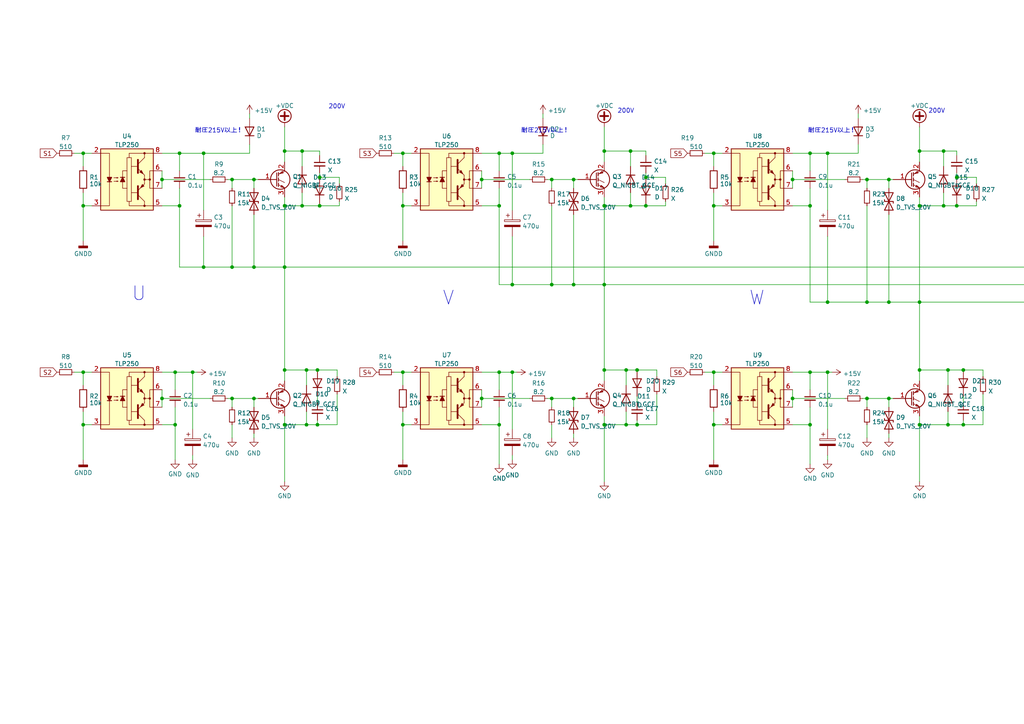
<source format=kicad_sch>
(kicad_sch (version 20230121) (generator eeschema)
  (paper "A4")
  (lib_symbols
    (symbol "Connector:Screw_Terminal_01x03" (pin_names (offset 1.016) hide)
      (property "Reference" "J" (at 0 5.08 0))
      (property "Value" "Screw_Terminal_01x03" (at 0 -5.08 0))
      (symbol "Screw_Terminal_01x03_1_1"
        (pin passive line (at -5.08 2.54 0) (length 3.81) (name "Pin_1") (number "1"))
        (pin passive line (at -5.08 0 0) (length 3.81) (name "Pin_2") (number "2"))
        (pin passive line (at -5.08 -2.54 0) (length 3.81) (name "Pin_3") (number "3"))
      )
    )
    (symbol "Device:C_Polarized" (pin_numbers hide) (pin_names (offset 0.254))
      (property "Reference" "C" (at 0.635 2.54 0))
      (property "Value" "C_Polarized" (at 0.635 -2.54 0))
      (symbol "C_Polarized_1_1"
        (pin passive line (at 0 3.81 270) (length 2.794) (name "~") (number "1"))
        (pin passive line (at 0 -3.81 90) (length 2.794) (name "~") (number "2"))
      )
    )
    (symbol "Device:C_Small" (pin_numbers hide) (pin_names (offset 0.254) hide)
      (property "Reference" "C" (at 0.254 1.778 0))
      (property "Value" "C_Small" (at 0.254 -2.032 0))
      (symbol "C_Small_1_1"
        (pin passive line (at 0 2.54 270) (length 2.032) (name "~") (number "1"))
        (pin passive line (at 0 -2.54 90) (length 2.032) (name "~") (number "2"))
      )
    )
    (symbol "Device:D" (pin_numbers hide) (pin_names (offset 1.016) hide)
      (property "Reference" "D" (at 0 2.54 0))
      (property "Value" "D" (at 0 -2.54 0))
      (symbol "D_1_1"
        (pin passive line (at -3.81 0 0) (length 2.54) (name "K") (number "1"))
        (pin passive line (at 3.81 0 180) (length 2.54) (name "A") (number "2"))
      )
    )
    (symbol "Device:D_TVS" (pin_numbers hide) (pin_names (offset 1.016) hide)
      (property "Reference" "D" (at 0 2.54 0))
      (property "Value" "D_TVS" (at 0 -2.54 0))
      (symbol "D_TVS_1_1"
        (pin passive line (at -3.81 0 0) (length 2.54) (name "A1") (number "1"))
        (pin passive line (at 3.81 0 180) (length 2.54) (name "A2") (number "2"))
      )
    )
    (symbol "Device:Q_NIGBT_GCE" (pin_names (offset 0) hide)
      (property "Reference" "Q" (at 5.08 1.27 0))
      (property "Value" "Q_NIGBT_GCE" (at 5.08 -1.27 0))
      (symbol "Q_NIGBT_GCE_1_1"
        (pin input line (at -5.08 0 0) (length 5.334) (name "G") (number "1"))
        (pin passive line (at 2.54 5.08 270) (length 2.54) (name "C") (number "2"))
        (pin passive line (at 2.54 -5.08 90) (length 2.54) (name "E") (number "3"))
      )
    )
    (symbol "Device:R" (pin_numbers hide) (pin_names (offset 0))
      (property "Reference" "R" (at 2.032 0 90))
      (property "Value" "R" (at 0 0 90))
      (symbol "R_1_1"
        (pin passive line (at 0 3.81 270) (length 1.27) (name "~") (number "1"))
        (pin passive line (at 0 -3.81 90) (length 1.27) (name "~") (number "2"))
      )
    )
    (symbol "Device:R_Small" (pin_numbers hide) (pin_names (offset 0.254) hide)
      (property "Reference" "R" (at 0.762 0.508 0))
      (property "Value" "R_Small" (at 0.762 -1.016 0))
      (symbol "R_Small_1_1"
        (pin passive line (at 0 2.54 270) (length 0.762) (name "~") (number "1"))
        (pin passive line (at 0 -2.54 90) (length 0.762) (name "~") (number "2"))
      )
    )
    (symbol "Driver_FET:TLP250" (pin_names hide)
      (property "Reference" "U" (at 0 12.7 0))
      (property "Value" "TLP250" (at 0 10.16 0))
      (symbol "TLP250_1_1"
        (pin no_connect line (at -7.62 2.54 0) (length 2.54) hide (name "NC") (number "1"))
        (pin passive line (at -10.16 7.62 0) (length 2.54) (name "A") (number "2"))
        (pin passive line (at -10.16 -7.62 0) (length 2.54) (name "C") (number "3"))
        (pin no_connect line (at -7.62 -2.54 0) (length 2.54) hide (name "NC") (number "4"))
        (pin power_in line (at 10.16 -7.62 180) (length 2.54) (name "VEE") (number "5"))
        (pin output line (at 10.16 2.54 180) (length 2.54) (name "VO") (number "6"))
        (pin output line (at 10.16 -2.54 180) (length 2.54) (name "VO") (number "7"))
        (pin power_in line (at 10.16 7.62 180) (length 2.54) (name "VCC") (number "8"))
      )
    )
    (symbol "GND_1" (power) (pin_names (offset 0))
      (property "Value" "GND_1" (at 0 -3.81 0))
      (symbol "GND_1_1_1"
        (pin power_in line (at 0 0 270) (length 0) hide (name "GND") (number "1"))
      )
    )
    (symbol "power:+15V" (power) (pin_names (offset 0))
      (property "Value" "+15V" (at 0 3.556 0))
      (symbol "+15V_1_1"
        (pin power_in line (at 0 0 90) (length 0) hide (name "+15V") (number "1"))
      )
    )
    (symbol "power:+VDC" (power) (pin_names (offset 0))
      (property "Value" "+VDC" (at 0 6.35 0))
      (symbol "+VDC_1_1"
        (pin power_in line (at 0 0 90) (length 0) hide (name "+VDC") (number "1"))
      )
    )
    (symbol "power:GND" (power) (pin_names (offset 0))
      (property "Value" "GND" (at 0 -3.81 0))
      (symbol "GND_1_1"
        (pin power_in line (at 0 0 270) (length 0) hide (name "GND") (number "1"))
      )
    )
    (symbol "power:GNDD" (power) (pin_names (offset 0))
      (property "Value" "GNDD" (at 0 -3.175 0))
      (symbol "GNDD_1_1"
        (pin power_in line (at 0 0 270) (length 0) hide (name "GNDD") (number "1"))
      )
    )
  )
  (junction (at 88.9 107.315))
  (junction (at 24.13 123.19))
  (junction (at 266.7 43.815))
  (junction (at 240.03 44.45))
  (junction (at 182.88 43.815))
  (junction (at 251.46 87.63))
  (junction (at 229.87 115.57))
  (junction (at 251.46 52.07))
  (junction (at 266.7 107.315))
  (junction (at 207.01 59.69))
  (junction (at 144.78 107.95))
  (junction (at 274.955 123.19))
  (junction (at 266.7 87.63))
  (junction (at 24.13 59.69))
  (junction (at 116.84 44.45))
  (junction (at 59.055 77.47))
  (junction (at 87.63 43.815))
  (junction (at 82.55 107.315))
  (junction (at 160.02 52.07))
  (junction (at 166.37 82.55))
  (junction (at 234.95 59.69))
  (junction (at 73.66 52.07))
  (junction (at 274.955 107.315))
  (junction (at 266.7 59.69))
  (junction (at 144.78 59.69))
  (junction (at 46.99 115.57))
  (junction (at 55.88 107.95))
  (junction (at 82.55 123.19))
  (junction (at 182.88 59.69))
  (junction (at 73.66 115.57))
  (junction (at 184.785 123.19))
  (junction (at 181.61 123.19))
  (junction (at 24.13 44.45))
  (junction (at 73.66 77.47))
  (junction (at 251.46 115.57))
  (junction (at 139.7 115.57))
  (junction (at 82.55 59.69))
  (junction (at 257.81 52.07))
  (junction (at 67.31 115.57))
  (junction (at 207.01 123.19))
  (junction (at 144.78 44.45))
  (junction (at 166.37 115.57))
  (junction (at 273.685 43.815))
  (junction (at 187.325 51.435))
  (junction (at 207.01 44.45))
  (junction (at 148.59 44.45))
  (junction (at 234.95 123.19))
  (junction (at 181.61 107.315))
  (junction (at 116.84 123.19))
  (junction (at 166.37 52.07))
  (junction (at 257.81 87.63))
  (junction (at 46.99 52.07))
  (junction (at 92.71 51.435))
  (junction (at 160.02 115.57))
  (junction (at 67.31 52.07))
  (junction (at 175.26 59.69))
  (junction (at 148.59 107.95))
  (junction (at 148.59 82.55))
  (junction (at 234.95 107.95))
  (junction (at 257.81 115.57))
  (junction (at 234.95 44.45))
  (junction (at 92.075 123.19))
  (junction (at 92.075 107.315))
  (junction (at 175.26 82.55))
  (junction (at 240.03 87.63))
  (junction (at 187.325 59.69))
  (junction (at 273.685 59.69))
  (junction (at 52.07 44.45))
  (junction (at 266.7 123.19))
  (junction (at 52.07 59.69))
  (junction (at 175.26 107.315))
  (junction (at 116.84 59.69))
  (junction (at 82.55 77.47))
  (junction (at 50.8 107.95))
  (junction (at 240.03 107.95))
  (junction (at 229.87 52.07))
  (junction (at 50.8 123.19))
  (junction (at 277.495 59.69))
  (junction (at 139.7 52.07))
  (junction (at 279.4 123.19))
  (junction (at 24.13 107.95))
  (junction (at 184.785 107.315))
  (junction (at 82.55 43.815))
  (junction (at 116.84 107.95))
  (junction (at 175.26 43.815))
  (junction (at 144.78 123.19))
  (junction (at 175.26 123.19))
  (junction (at 67.31 77.47))
  (junction (at 160.02 82.55))
  (junction (at 277.495 51.435))
  (junction (at 59.055 44.45))
  (junction (at 88.9 123.19))
  (junction (at 92.71 59.69))
  (junction (at 87.63 59.69))
  (junction (at 279.4 107.315))
  (junction (at 207.01 107.95))
  (wire (pts (xy 266.7 123.19) (xy 266.7 139.7)))
  (wire (pts (xy 187.325 50.165) (xy 187.325 51.435)))
  (wire (pts (xy 257.81 125.73) (xy 257.81 127)))
  (wire (pts (xy 88.9 107.315) (xy 92.075 107.315)))
  (wire (pts (xy 266.7 107.315) (xy 266.7 110.49)))
  (wire (pts (xy 26.67 123.19) (xy 24.13 123.19)))
  (wire (pts (xy 251.46 115.57) (xy 257.81 115.57)))
  (wire (pts (xy 116.84 44.45) (xy 116.84 48.26)))
  (wire (pts (xy 166.37 52.07) (xy 167.64 52.07)))
  (wire (pts (xy 92.075 114.935) (xy 92.075 116.84)))
  (wire (pts (xy 139.7 107.95) (xy 144.78 107.95)))
  (wire (pts (xy 182.88 48.26) (xy 182.88 43.815)))
  (wire (pts (xy 251.46 115.57) (xy 251.46 118.11)))
  (wire (pts (xy 52.07 44.45) (xy 52.07 49.53)))
  (wire (pts (xy 257.81 115.57) (xy 259.08 115.57)))
  (wire (pts (xy 55.88 132.08) (xy 55.88 133.35)))
  (wire (pts (xy 250.19 52.07) (xy 251.46 52.07)))
  (wire (pts (xy 181.61 119.38) (xy 181.61 123.19)))
  (wire (pts (xy 148.59 82.55) (xy 160.02 82.55)))
  (wire (pts (xy 166.37 82.55) (xy 175.26 82.55)))
  (wire (pts (xy 257.81 52.07) (xy 259.08 52.07)))
  (wire (pts (xy 92.075 121.92) (xy 92.075 123.19)))
  (wire (pts (xy 148.59 44.45) (xy 148.59 60.96)))
  (wire (pts (xy 277.495 45.085) (xy 277.495 43.815)))
  (wire (pts (xy 266.7 123.19) (xy 274.955 123.19)))
  (wire (pts (xy 266.7 87.63) (xy 304.8 87.63)))
  (wire (pts (xy 46.99 118.11) (xy 46.99 115.57)))
  (wire (pts (xy 139.7 49.53) (xy 139.7 52.07)))
  (wire (pts (xy 160.02 115.57) (xy 160.02 118.11)))
  (wire (pts (xy 144.78 44.45) (xy 144.78 49.53)))
  (wire (pts (xy 73.66 115.57) (xy 73.66 118.11)))
  (wire (pts (xy 97.79 109.22) (xy 97.79 107.315)))
  (wire (pts (xy 204.47 107.95) (xy 207.01 107.95)))
  (wire (pts (xy 277.495 43.815) (xy 273.685 43.815)))
  (wire (pts (xy 277.495 59.69) (xy 273.685 59.69)))
  (wire (pts (xy 24.13 44.45) (xy 24.13 48.26)))
  (wire (pts (xy 46.99 52.07) (xy 60.96 52.07)))
  (wire (pts (xy 175.26 43.815) (xy 175.26 46.99)))
  (wire (pts (xy 283.21 58.42) (xy 283.21 59.69)))
  (wire (pts (xy 144.78 123.19) (xy 144.78 118.11)))
  (wire (pts (xy 92.71 59.055) (xy 92.71 59.69)))
  (wire (pts (xy 139.7 44.45) (xy 144.78 44.45)))
  (wire (pts (xy 82.55 57.15) (xy 82.55 59.69)))
  (wire (pts (xy 82.55 59.69) (xy 82.55 77.47)))
  (wire (pts (xy 67.31 59.69) (xy 67.31 77.47)))
  (wire (pts (xy 46.99 49.53) (xy 46.99 52.07)))
  (wire (pts (xy 160.02 123.19) (xy 160.02 127)))
  (wire (pts (xy 283.21 59.69) (xy 277.495 59.69)))
  (wire (pts (xy 160.02 52.07) (xy 166.37 52.07)))
  (wire (pts (xy 160.02 82.55) (xy 166.37 82.55)))
  (wire (pts (xy 157.48 44.45) (xy 157.48 41.91)))
  (wire (pts (xy 52.07 77.47) (xy 52.07 59.69)))
  (wire (pts (xy 175.26 57.15) (xy 175.26 59.69)))
  (wire (pts (xy 55.88 107.95) (xy 57.15 107.95)))
  (wire (pts (xy 175.26 36.83) (xy 175.26 43.815)))
  (wire (pts (xy 73.66 62.23) (xy 73.66 77.47)))
  (wire (pts (xy 148.59 107.95) (xy 149.86 107.95)))
  (wire (pts (xy 148.59 44.45) (xy 157.48 44.45)))
  (wire (pts (xy 59.055 68.58) (xy 59.055 77.47)))
  (wire (pts (xy 116.84 107.95) (xy 116.84 111.76)))
  (wire (pts (xy 304.8 77.47) (xy 304.8 80.01)))
  (wire (pts (xy 234.95 59.69) (xy 234.95 87.63)))
  (wire (pts (xy 97.79 114.3) (xy 97.79 123.19)))
  (wire (pts (xy 240.03 107.95) (xy 241.3 107.95)))
  (wire (pts (xy 67.31 123.19) (xy 67.31 127)))
  (wire (pts (xy 234.95 107.95) (xy 234.95 113.03)))
  (wire (pts (xy 114.3 107.95) (xy 116.84 107.95)))
  (wire (pts (xy 181.61 123.19) (xy 184.785 123.19)))
  (wire (pts (xy 187.325 43.815) (xy 182.88 43.815)))
  (wire (pts (xy 229.87 59.69) (xy 234.95 59.69)))
  (wire (pts (xy 251.46 87.63) (xy 257.81 87.63)))
  (wire (pts (xy 166.37 62.23) (xy 166.37 82.55)))
  (wire (pts (xy 234.95 44.45) (xy 234.95 49.53)))
  (wire (pts (xy 207.01 44.45) (xy 209.55 44.45)))
  (wire (pts (xy 234.95 123.19) (xy 234.95 118.11)))
  (wire (pts (xy 82.55 77.47) (xy 82.55 107.315)))
  (wire (pts (xy 193.04 59.69) (xy 187.325 59.69)))
  (wire (pts (xy 207.01 44.45) (xy 207.01 48.26)))
  (wire (pts (xy 279.4 121.92) (xy 279.4 123.19)))
  (wire (pts (xy 207.01 55.88) (xy 207.01 59.69)))
  (wire (pts (xy 21.59 107.95) (xy 24.13 107.95)))
  (wire (pts (xy 46.99 115.57) (xy 60.96 115.57)))
  (wire (pts (xy 119.38 123.19) (xy 116.84 123.19)))
  (wire (pts (xy 266.7 107.315) (xy 274.955 107.315)))
  (wire (pts (xy 73.66 115.57) (xy 74.93 115.57)))
  (wire (pts (xy 24.13 107.95) (xy 26.67 107.95)))
  (wire (pts (xy 207.01 107.95) (xy 209.55 107.95)))
  (wire (pts (xy 175.26 123.19) (xy 175.26 139.7)))
  (wire (pts (xy 139.7 59.69) (xy 144.78 59.69)))
  (wire (pts (xy 82.55 120.65) (xy 82.55 123.19)))
  (wire (pts (xy 229.87 52.07) (xy 245.11 52.07)))
  (wire (pts (xy 273.685 48.26) (xy 273.685 43.815)))
  (wire (pts (xy 72.39 33.02) (xy 72.39 34.29)))
  (wire (pts (xy 50.8 123.19) (xy 50.8 118.11)))
  (wire (pts (xy 187.325 59.69) (xy 182.88 59.69)))
  (wire (pts (xy 46.99 107.95) (xy 50.8 107.95)))
  (wire (pts (xy 139.7 115.57) (xy 153.67 115.57)))
  (wire (pts (xy 166.37 115.57) (xy 166.37 118.11)))
  (wire (pts (xy 240.03 132.08) (xy 240.03 133.35)))
  (wire (pts (xy 116.84 119.38) (xy 116.84 123.19)))
  (wire (pts (xy 87.63 55.88) (xy 87.63 59.69)))
  (wire (pts (xy 248.92 44.45) (xy 248.92 41.91)))
  (wire (pts (xy 72.39 44.45) (xy 72.39 41.91)))
  (wire (pts (xy 184.785 121.92) (xy 184.785 123.19)))
  (wire (pts (xy 73.66 52.07) (xy 73.66 54.61)))
  (wire (pts (xy 139.7 113.03) (xy 139.7 115.57)))
  (wire (pts (xy 277.495 59.055) (xy 277.495 59.69)))
  (wire (pts (xy 24.13 55.88) (xy 24.13 59.69)))
  (wire (pts (xy 144.78 82.55) (xy 148.59 82.55)))
  (wire (pts (xy 46.99 44.45) (xy 52.07 44.45)))
  (wire (pts (xy 98.425 53.34) (xy 98.425 51.435)))
  (wire (pts (xy 46.99 113.03) (xy 46.99 115.57)))
  (wire (pts (xy 82.55 123.19) (xy 82.55 139.7)))
  (wire (pts (xy 82.55 77.47) (xy 304.8 77.47)))
  (wire (pts (xy 67.31 77.47) (xy 73.66 77.47)))
  (wire (pts (xy 266.7 120.65) (xy 266.7 123.19)))
  (wire (pts (xy 266.7 43.815) (xy 266.7 46.99)))
  (wire (pts (xy 92.71 45.085) (xy 92.71 43.815)))
  (wire (pts (xy 175.26 43.815) (xy 182.88 43.815)))
  (wire (pts (xy 98.425 58.42) (xy 98.425 59.69)))
  (wire (pts (xy 251.46 52.07) (xy 257.81 52.07)))
  (wire (pts (xy 229.87 49.53) (xy 229.87 52.07)))
  (wire (pts (xy 193.04 53.34) (xy 193.04 51.435)))
  (wire (pts (xy 240.03 44.45) (xy 240.03 60.96)))
  (wire (pts (xy 257.81 52.07) (xy 257.81 54.61)))
  (wire (pts (xy 274.955 111.76) (xy 274.955 107.315)))
  (wire (pts (xy 24.13 59.69) (xy 24.13 69.85)))
  (wire (pts (xy 144.78 107.95) (xy 148.59 107.95)))
  (wire (pts (xy 193.04 58.42) (xy 193.04 59.69)))
  (wire (pts (xy 277.495 50.165) (xy 277.495 51.435)))
  (wire (pts (xy 257.81 62.23) (xy 257.81 87.63)))
  (wire (pts (xy 248.92 33.02) (xy 248.92 34.29)))
  (wire (pts (xy 160.02 59.69) (xy 160.02 82.55)))
  (wire (pts (xy 285.115 107.315) (xy 279.4 107.315)))
  (wire (pts (xy 92.075 123.19) (xy 88.9 123.19)))
  (wire (pts (xy 116.84 55.88) (xy 116.84 59.69)))
  (wire (pts (xy 98.425 51.435) (xy 92.71 51.435)))
  (wire (pts (xy 52.07 44.45) (xy 59.055 44.45)))
  (wire (pts (xy 181.61 111.76) (xy 181.61 107.315)))
  (wire (pts (xy 257.81 115.57) (xy 257.81 118.11)))
  (wire (pts (xy 24.13 123.19) (xy 24.13 133.35)))
  (wire (pts (xy 250.19 115.57) (xy 251.46 115.57)))
  (wire (pts (xy 240.03 68.58) (xy 240.03 87.63)))
  (wire (pts (xy 157.48 33.02) (xy 157.48 34.29)))
  (wire (pts (xy 304.8 80.01) (xy 307.975 80.01)))
  (wire (pts (xy 92.71 59.69) (xy 87.63 59.69)))
  (wire (pts (xy 158.75 115.57) (xy 160.02 115.57)))
  (wire (pts (xy 229.87 113.03) (xy 229.87 115.57)))
  (wire (pts (xy 139.7 54.61) (xy 139.7 52.07)))
  (wire (pts (xy 274.955 123.19) (xy 279.4 123.19)))
  (wire (pts (xy 283.21 51.435) (xy 277.495 51.435)))
  (wire (pts (xy 187.325 45.085) (xy 187.325 43.815)))
  (wire (pts (xy 144.78 44.45) (xy 148.59 44.45)))
  (wire (pts (xy 229.87 118.11) (xy 229.87 115.57)))
  (wire (pts (xy 119.38 59.69) (xy 116.84 59.69)))
  (wire (pts (xy 187.325 59.055) (xy 187.325 59.69)))
  (wire (pts (xy 67.31 52.07) (xy 73.66 52.07)))
  (wire (pts (xy 52.07 59.69) (xy 52.07 54.61)))
  (wire (pts (xy 190.5 123.19) (xy 184.785 123.19)))
  (wire (pts (xy 50.8 107.95) (xy 50.8 113.03)))
  (wire (pts (xy 92.71 43.815) (xy 87.63 43.815)))
  (wire (pts (xy 59.055 77.47) (xy 52.07 77.47)))
  (wire (pts (xy 59.055 44.45) (xy 72.39 44.45)))
  (wire (pts (xy 285.115 114.3) (xy 285.115 123.19)))
  (wire (pts (xy 234.95 44.45) (xy 240.03 44.45)))
  (wire (pts (xy 88.9 123.19) (xy 82.55 123.19)))
  (wire (pts (xy 251.46 123.19) (xy 251.46 127)))
  (wire (pts (xy 240.03 87.63) (xy 251.46 87.63)))
  (wire (pts (xy 266.7 59.69) (xy 273.685 59.69)))
  (wire (pts (xy 190.5 109.22) (xy 190.5 107.315)))
  (wire (pts (xy 304.8 87.63) (xy 304.8 85.09)))
  (wire (pts (xy 24.13 107.95) (xy 24.13 111.76)))
  (wire (pts (xy 160.02 52.07) (xy 160.02 54.61)))
  (wire (pts (xy 46.99 54.61) (xy 46.99 52.07)))
  (wire (pts (xy 175.26 59.69) (xy 175.26 82.55)))
  (wire (pts (xy 175.26 107.315) (xy 175.26 110.49)))
  (wire (pts (xy 166.37 125.73) (xy 166.37 127)))
  (wire (pts (xy 175.26 59.69) (xy 182.88 59.69)))
  (wire (pts (xy 26.67 59.69) (xy 24.13 59.69)))
  (wire (pts (xy 148.59 68.58) (xy 148.59 82.55)))
  (wire (pts (xy 190.5 107.315) (xy 184.785 107.315)))
  (wire (pts (xy 82.55 36.83) (xy 82.55 43.815)))
  (wire (pts (xy 114.3 44.45) (xy 116.84 44.45)))
  (wire (pts (xy 21.59 44.45) (xy 24.13 44.45)))
  (wire (pts (xy 139.7 52.07) (xy 153.67 52.07)))
  (wire (pts (xy 279.4 114.935) (xy 279.4 116.84)))
  (wire (pts (xy 97.79 107.315) (xy 92.075 107.315)))
  (wire (pts (xy 273.685 55.88) (xy 273.685 59.69)))
  (wire (pts (xy 116.84 59.69) (xy 116.84 69.85)))
  (wire (pts (xy 207.01 107.95) (xy 207.01 111.76)))
  (wire (pts (xy 274.955 107.315) (xy 279.4 107.315)))
  (wire (pts (xy 193.04 51.435) (xy 187.325 51.435)))
  (wire (pts (xy 209.55 123.19) (xy 207.01 123.19)))
  (wire (pts (xy 234.95 59.69) (xy 234.95 54.61)))
  (wire (pts (xy 82.55 107.315) (xy 88.9 107.315)))
  (wire (pts (xy 24.13 119.38) (xy 24.13 123.19)))
  (wire (pts (xy 82.55 43.815) (xy 82.55 46.99)))
  (wire (pts (xy 229.87 54.61) (xy 229.87 52.07)))
  (wire (pts (xy 181.61 107.315) (xy 175.26 107.315)))
  (wire (pts (xy 190.5 114.3) (xy 190.5 123.19)))
  (wire (pts (xy 234.95 107.95) (xy 240.03 107.95)))
  (wire (pts (xy 240.03 107.95) (xy 240.03 124.46)))
  (wire (pts (xy 144.78 59.69) (xy 144.78 54.61)))
  (wire (pts (xy 88.9 119.38) (xy 88.9 123.19)))
  (wire (pts (xy 229.87 107.95) (xy 234.95 107.95)))
  (wire (pts (xy 160.02 115.57) (xy 166.37 115.57)))
  (wire (pts (xy 82.55 59.69) (xy 87.63 59.69)))
  (wire (pts (xy 66.04 115.57) (xy 67.31 115.57)))
  (wire (pts (xy 46.99 59.69) (xy 52.07 59.69)))
  (wire (pts (xy 266.7 36.83) (xy 266.7 43.815)))
  (wire (pts (xy 148.59 107.95) (xy 148.59 124.46)))
  (wire (pts (xy 88.9 111.76) (xy 88.9 107.315)))
  (wire (pts (xy 304.8 85.09) (xy 307.975 85.09)))
  (wire (pts (xy 166.37 52.07) (xy 166.37 54.61)))
  (wire (pts (xy 116.84 107.95) (xy 119.38 107.95)))
  (wire (pts (xy 67.31 52.07) (xy 67.31 54.61)))
  (wire (pts (xy 240.03 44.45) (xy 248.92 44.45)))
  (wire (pts (xy 266.7 87.63) (xy 266.7 107.315)))
  (wire (pts (xy 251.46 59.69) (xy 251.46 87.63)))
  (wire (pts (xy 98.425 59.69) (xy 92.71 59.69)))
  (wire (pts (xy 73.66 77.47) (xy 82.55 77.47)))
  (wire (pts (xy 59.055 44.45) (xy 59.055 60.96)))
  (wire (pts (xy 283.21 53.34) (xy 283.21 51.435)))
  (wire (pts (xy 274.955 119.38) (xy 274.955 123.19)))
  (wire (pts (xy 55.88 107.95) (xy 55.88 124.46)))
  (wire (pts (xy 59.055 77.47) (xy 67.31 77.47)))
  (wire (pts (xy 144.78 123.19) (xy 144.78 134.62)))
  (wire (pts (xy 181.61 107.315) (xy 184.785 107.315)))
  (wire (pts (xy 184.785 114.935) (xy 184.785 116.84)))
  (wire (pts (xy 266.7 57.15) (xy 266.7 59.69)))
  (wire (pts (xy 266.7 43.815) (xy 273.685 43.815)))
  (wire (pts (xy 66.04 52.07) (xy 67.31 52.07)))
  (wire (pts (xy 46.99 123.19) (xy 50.8 123.19)))
  (wire (pts (xy 116.84 44.45) (xy 119.38 44.45)))
  (wire (pts (xy 234.95 123.19) (xy 234.95 134.62)))
  (wire (pts (xy 285.115 123.19) (xy 279.4 123.19)))
  (wire (pts (xy 175.26 123.19) (xy 181.61 123.19)))
  (wire (pts (xy 73.66 52.07) (xy 74.93 52.07)))
  (wire (pts (xy 139.7 118.11) (xy 139.7 115.57)))
  (wire (pts (xy 229.87 123.19) (xy 234.95 123.19)))
  (wire (pts (xy 67.31 115.57) (xy 67.31 118.11)))
  (wire (pts (xy 285.115 109.22) (xy 285.115 107.315)))
  (wire (pts (xy 229.87 44.45) (xy 234.95 44.45)))
  (wire (pts (xy 67.31 115.57) (xy 73.66 115.57)))
  (wire (pts (xy 92.71 50.165) (xy 92.71 51.435)))
  (wire (pts (xy 266.7 59.69) (xy 266.7 87.63)))
  (wire (pts (xy 207.01 119.38) (xy 207.01 123.19)))
  (wire (pts (xy 175.26 82.55) (xy 175.26 107.315)))
  (wire (pts (xy 144.78 59.69) (xy 144.78 82.55)))
  (wire (pts (xy 175.26 120.65) (xy 175.26 123.19)))
  (wire (pts (xy 229.87 115.57) (xy 245.11 115.57)))
  (wire (pts (xy 175.26 82.55) (xy 307.975 82.55)))
  (wire (pts (xy 50.8 107.95) (xy 55.88 107.95)))
  (wire (pts (xy 251.46 52.07) (xy 251.46 54.61)))
  (wire (pts (xy 82.55 43.815) (xy 87.63 43.815)))
  (wire (pts (xy 144.78 107.95) (xy 144.78 113.03)))
  (wire (pts (xy 204.47 44.45) (xy 207.01 44.45)))
  (wire (pts (xy 87.63 48.26) (xy 87.63 43.815)))
  (wire (pts (xy 73.66 125.73) (xy 73.66 127)))
  (wire (pts (xy 97.79 123.19) (xy 92.075 123.19)))
  (wire (pts (xy 209.55 59.69) (xy 207.01 59.69)))
  (wire (pts (xy 207.01 59.69) (xy 207.01 69.85)))
  (wire (pts (xy 116.84 123.19) (xy 116.84 133.35)))
  (wire (pts (xy 50.8 133.35) (xy 50.8 123.19)))
  (wire (pts (xy 158.75 52.07) (xy 160.02 52.07)))
  (wire (pts (xy 234.95 87.63) (xy 240.03 87.63)))
  (wire (pts (xy 148.59 132.08) (xy 148.59 133.35)))
  (wire (pts (xy 24.13 44.45) (xy 26.67 44.45)))
  (wire (pts (xy 82.55 107.315) (xy 82.55 110.49)))
  (wire (pts (xy 139.7 123.19) (xy 144.78 123.19)))
  (wire (pts (xy 182.88 55.88) (xy 182.88 59.69)))
  (wire (pts (xy 257.81 87.63) (xy 266.7 87.63)))
  (wire (pts (xy 166.37 115.57) (xy 167.64 115.57)))
  (wire (pts (xy 207.01 123.19) (xy 207.01 133.35)))
  (text "200V" (at 269.24 33.02 0) (effects (font (size 1.27 1.27)) (justify left bottom)))
  (text "耐圧215V以上！\n" (at 234.315 38.735 0) (effects (font (size 1.27 1.27)) (justify left bottom)))
  (text "200V" (at 95.25 31.75 0) (effects (font (size 1.27 1.27)) (justify left bottom)))
  (text "200V" (at 179.07 33.02 0) (effects (font (size 1.27 1.27)) (justify left bottom)))
  (text "耐圧215V以上！\n" (at 56.515 38.735 0) (effects (font (size 1.27 1.27)) (justify left bottom)))
  (text "W\n" (at 217.17 88.9 0) (effects (font (size 4 4)) (justify left bottom)))
  (text "U" (at 38.1 87.63 0) (effects (font (size 4 4)) (justify left bottom)))
  (text "耐圧215V以上！\n" (at 151.13 38.735 0) (effects (font (size 1.27 1.27)) (justify left bottom)))
  (text "V" (at 128.27 88.9 0) (effects (font (size 4 4)) (justify left bottom)))
  (global_label "S2" (shape input) (at 16.51 107.95 180) (property "Intersheetrefs" "${INTERSHEET_REFS}" (effects hide)))
  (global_label "S5" (shape input) (at 199.39 44.45 180) (property "Intersheetrefs" "${INTERSHEET_REFS}" (effects hide)))
  (global_label "S1" (shape input) (at 16.51 44.45 180) (property "Intersheetrefs" "${INTERSHEET_REFS}" (effects hide)))
  (global_label "S3" (shape input) (at 109.22 44.45 180) (property "Intersheetrefs" "${INTERSHEET_REFS}" (effects hide)))
  (global_label "S4" (shape input) (at 109.22 107.95 180) (property "Intersheetrefs" "${INTERSHEET_REFS}" (effects hide)))
  (global_label "S6" (shape input) (at 199.39 107.95 180) (property "Intersheetrefs" "${INTERSHEET_REFS}" (effects hide)))
  (symbol (lib_id "Device:Q_NIGBT_GCE") (at 80.01 115.57 0) (unit 1)
    (property "Reference" "Q2" (at 84.8614 114.7353 0) (effects (justify left)))
    (property "Value" "Q_NIGBT_GCE" (at 84.8614 117.2722 0) (effects (justify left)))
    (property "Footprint" "Package_TO_SOT_THT:TO-247-3_Vertical" (effects hide))
  )
  (symbol (lib_id "power:+15V") (at 248.92 33.02 0) (unit 1)
    (property "Reference" "#PWR09" (effects hide))
    (property "Value" "+15V" (at 250.317 32.0668 0) (effects (justify left)))
  )
  (symbol (lib_name "GND_1") (lib_id "power:GND") (at 144.78 134.62 0) (unit 1)
    (property "Reference" "#PWR017" (effects hide))
    (property "Value" "GND" (at 144.78 138.7555 0))
  )
  (symbol (lib_id "Device:R_Small") (at 63.5 52.07 90) (unit 1)
    (property "Reference" "R9" (at 63.5 47.6336 90))
    (property "Value" "8.2" (at 63.5 50.1705 90))
    (property "Footprint" "Resistor_SMD:R_0603_1608Metric_Pad0.98x0.95mm_HandSolder" (effects hide))
  )
  (symbol (lib_id "power:GNDD") (at 207.01 133.35 0) (unit 1)
    (property "Reference" "#PWR015" (effects hide))
    (property "Value" "GNDD" (at 207.01 137.1045 0))
  )
  (symbol (lib_id "Device:D") (at 279.4 111.125 90) (unit 1)
    (property "Reference" "D21" (at 281.94 110.49 90) (effects (justify right)))
    (property "Value" "D" (at 281.94 113.03 90) (effects (justify right)))
    (property "Footprint" "Diode_SMD:D_SMA_Handsoldering" (effects hide))
    (property "Sim.Device" "D" (effects hide))
    (property "Sim.Pins" "1=K 2=A" (effects hide))
  )
  (symbol (lib_id "Device:D") (at 181.61 115.57 270) (unit 1)
    (property "Reference" "D11" (at 184.785 114.935 90) (effects (justify left)))
    (property "Value" "D" (at 184.785 117.475 90) (effects (justify left)))
    (property "Footprint" "Diode_SMD:D_SMA_Handsoldering" (effects hide))
    (property "Sim.Device" "D" (effects hide))
    (property "Sim.Pins" "1=K 2=A" (effects hide))
  )
  (symbol (lib_id "Device:R_Small") (at 283.21 55.88 180) (unit 1)
    (property "Reference" "R27" (at 284.7086 55.0453 0) (effects (justify right)))
    (property "Value" "X" (at 284.7086 57.5822 0) (effects (justify right)))
    (property "Footprint" "Resistor_SMD:R_0603_1608Metric_Pad0.98x0.95mm_HandSolder" (effects hide))
  )
  (symbol (lib_id "Device:R_Small") (at 156.21 115.57 90) (unit 1)
    (property "Reference" "R16" (at 156.21 111.1336 90))
    (property "Value" "8.2" (at 156.21 113.6705 90))
    (property "Footprint" "Resistor_SMD:R_0603_1608Metric_Pad0.98x0.95mm_HandSolder" (effects hide))
  )
  (symbol (lib_id "Device:R_Small") (at 193.04 55.88 180) (unit 1)
    (property "Reference" "R26" (at 194.5386 55.0453 0) (effects (justify right)))
    (property "Value" "X" (at 194.5386 57.5822 0) (effects (justify right)))
    (property "Footprint" "Resistor_SMD:R_0603_1608Metric_Pad0.98x0.95mm_HandSolder" (effects hide))
  )
  (symbol (lib_id "Device:D_TVS") (at 166.37 121.92 90) (unit 1)
    (property "Reference" "D7" (at 168.402 121.0853 90) (effects (justify right)))
    (property "Value" "D_TVS_20V" (at 168.402 123.6222 90) (effects (justify right)))
    (property "Footprint" "Diode_SMD:D_SMA_Handsoldering" (effects hide))
  )
  (symbol (lib_id "Device:C_Polarized") (at 148.59 64.77 0) (unit 1)
    (property "Reference" "C7" (at 151.511 63.0463 0) (effects (justify left)))
    (property "Value" "470u" (at 151.511 65.5832 0) (effects (justify left)))
    (property "Footprint" "Capacitor_THT:CP_Radial_D12.5mm_P5.00mm" (effects hide))
  )
  (symbol (lib_id "Device:D") (at 157.48 38.1 90) (unit 1)
    (property "Reference" "D2" (at 159.512 37.4563 90) (effects (justify right)))
    (property "Value" "D" (at 159.512 39.3773 90) (effects (justify right)))
    (property "Footprint" "Diode_SMD:D_SMA_Handsoldering" (effects hide))
    (property "Sim.Device" "D" (effects hide))
    (property "Sim.Pins" "1=K 2=A" (effects hide))
  )
  (symbol (lib_id "Device:Q_NIGBT_GCE") (at 264.16 115.57 0) (unit 1)
    (property "Reference" "Q6" (at 269.0114 114.7353 0) (effects (justify left)))
    (property "Value" "Q_NIGBT_GCE" (at 269.0114 117.2722 0) (effects (justify left)))
    (property "Footprint" "Package_TO_SOT_THT:TO-247-3_Vertical" (effects hide))
  )
  (symbol (lib_id "power:+15V") (at 149.86 107.95 270) (unit 1)
    (property "Reference" "#PWR0113" (effects hide))
    (property "Value" "+15V" (at 153.035 108.3838 90) (effects (justify left)))
  )
  (symbol (lib_id "Device:D_TVS") (at 257.81 58.42 90) (unit 1)
    (property "Reference" "D8" (at 259.842 57.5853 90) (effects (justify right)))
    (property "Value" "D_TVS_20V" (at 259.842 60.1222 90) (effects (justify right)))
    (property "Footprint" "Diode_SMD:D_SMA_Handsoldering" (effects hide))
  )
  (symbol (lib_id "Device:Q_NIGBT_GCE") (at 80.01 52.07 0) (unit 1)
    (property "Reference" "Q1" (at 84.8614 51.2353 0) (effects (justify left)))
    (property "Value" "Q_NIGBT_GCE" (at 84.8614 53.7722 0) (effects (justify left)))
    (property "Footprint" "Package_TO_SOT_THT:TO-247-3_Vertical" (effects hide))
  )
  (symbol (lib_id "Device:C_Polarized") (at 240.03 64.77 0) (unit 1)
    (property "Reference" "C11" (at 242.951 63.0463 0) (effects (justify left)))
    (property "Value" "470u" (at 242.951 65.5832 0) (effects (justify left)))
    (property "Footprint" "Capacitor_THT:CP_Radial_D12.5mm_P5.00mm" (effects hide))
  )
  (symbol (lib_id "power:GND") (at 240.03 133.35 0) (unit 1)
    (property "Reference" "#PWR0110" (effects hide))
    (property "Value" "GND" (at 240.03 137.7934 0))
  )
  (symbol (lib_id "power:GNDD") (at 24.13 133.35 0) (unit 1)
    (property "Reference" "#PWR011" (effects hide))
    (property "Value" "GNDD" (at 24.13 137.1045 0))
  )
  (symbol (lib_id "power:+15V") (at 57.15 107.95 270) (unit 1)
    (property "Reference" "#PWR0101" (effects hide))
    (property "Value" "+15V" (at 60.325 108.3838 90) (effects (justify left)))
  )
  (symbol (lib_id "Driver_FET:TLP250") (at 219.71 115.57 0) (unit 1)
    (property "Reference" "U9" (at 219.71 102.9802 0))
    (property "Value" "TLP250" (at 219.71 105.5171 0))
    (property "Footprint" "Package_DIP:DIP-8_W7.62mm_LongPads" (effects hide))
    (property "Datasheet" "http://toshiba.semicon-storage.com/info/docget.jsp?did=16821&prodName=TLP250" (effects hide))
  )
  (symbol (lib_id "Device:R_Small") (at 190.5 111.76 180) (unit 1)
    (property "Reference" "R29" (at 191.9986 110.9253 0) (effects (justify right)))
    (property "Value" "X" (at 191.9986 113.4622 0) (effects (justify right)))
    (property "Footprint" "Resistor_SMD:R_0603_1608Metric_Pad0.98x0.95mm_HandSolder" (effects hide))
  )
  (symbol (lib_id "power:GNDD") (at 207.01 69.85 0) (unit 1)
    (property "Reference" "#PWR014" (effects hide))
    (property "Value" "GNDD" (at 207.01 73.6045 0))
  )
  (symbol (lib_id "Device:D") (at 184.785 111.125 90) (unit 1)
    (property "Reference" "D20" (at 187.325 110.49 90) (effects (justify right)))
    (property "Value" "D" (at 187.325 113.03 90) (effects (justify right)))
    (property "Footprint" "Diode_SMD:D_SMA_Handsoldering" (effects hide))
    (property "Sim.Device" "D" (effects hide))
    (property "Sim.Pins" "1=K 2=A" (effects hide))
  )
  (symbol (lib_id "Device:R") (at 116.84 115.57 0) (unit 1)
    (property "Reference" "R4" (at 118.618 114.9263 0) (effects (justify left)))
    (property "Value" "10k" (at 118.618 116.8473 0) (effects (justify left)))
    (property "Footprint" "Resistor_SMD:R_0603_1608Metric_Pad0.98x0.95mm_HandSolder" (effects hide))
  )
  (symbol (lib_id "Driver_FET:TLP250") (at 36.83 52.07 0) (unit 1)
    (property "Reference" "U4" (at 36.83 39.4802 0))
    (property "Value" "TLP250" (at 36.83 42.0171 0))
    (property "Footprint" "Package_DIP:DIP-8_W7.62mm_LongPads" (effects hide))
    (property "Datasheet" "http://toshiba.semicon-storage.com/info/docget.jsp?did=16821&prodName=TLP250" (effects hide))
  )
  (symbol (lib_name "GND_1") (lib_id "power:GND") (at 234.95 134.62 0) (unit 1)
    (property "Reference" "#PWR018" (effects hide))
    (property "Value" "GND" (at 234.95 138.7555 0))
  )
  (symbol (lib_id "Device:C_Small") (at 279.4 119.38 0) (unit 1)
    (property "Reference" "C18" (at 281.7241 118.5516 0) (effects (justify left)))
    (property "Value" "X" (at 281.7241 121.0885 0) (effects (justify left)))
    (property "Footprint" "Capacitor_SMD:C_0402_1005Metric_Pad0.74x0.62mm_HandSolder" (effects hide))
  )
  (symbol (lib_id "Device:D") (at 248.92 38.1 90) (unit 1)
    (property "Reference" "D3" (at 250.952 37.4563 90) (effects (justify right)))
    (property "Value" "D" (at 250.952 39.3773 90) (effects (justify right)))
    (property "Footprint" "Diode_SMD:D_SMA_Handsoldering" (effects hide))
    (property "Sim.Device" "D" (effects hide))
    (property "Sim.Pins" "1=K 2=A" (effects hide))
  )
  (symbol (lib_id "Driver_FET:TLP250") (at 129.54 52.07 0) (unit 1)
    (property "Reference" "U6" (at 129.54 39.4802 0))
    (property "Value" "TLP250" (at 129.54 42.0171 0))
    (property "Footprint" "Package_DIP:DIP-8_W7.62mm_LongPads" (effects hide))
    (property "Datasheet" "http://toshiba.semicon-storage.com/info/docget.jsp?did=16821&prodName=TLP250" (effects hide))
  )
  (symbol (lib_id "Device:C_Small") (at 277.495 47.625 0) (unit 1)
    (property "Reference" "C15" (at 279.8191 46.7966 0) (effects (justify left)))
    (property "Value" "X" (at 279.8191 49.3335 0) (effects (justify left)))
    (property "Footprint" "Capacitor_SMD:C_0402_1005Metric_Pad0.74x0.62mm_HandSolder" (effects hide))
  )
  (symbol (lib_id "power:+15V") (at 241.3 107.95 270) (unit 1)
    (property "Reference" "#PWR0107" (effects hide))
    (property "Value" "+15V" (at 244.475 108.3838 90) (effects (justify left)))
  )
  (symbol (lib_id "Device:R_Small") (at 251.46 57.15 180) (unit 1)
    (property "Reference" "R23" (at 252.9586 56.3153 0) (effects (justify right)))
    (property "Value" "15k" (at 252.9586 58.8522 0) (effects (justify right)))
    (property "Footprint" "Resistor_SMD:R_0603_1608Metric_Pad0.98x0.95mm_HandSolder" (effects hide))
  )
  (symbol (lib_id "power:GND") (at 160.02 127 0) (unit 1)
    (property "Reference" "#PWR0112" (effects hide))
    (property "Value" "GND" (at 160.02 131.4434 0))
  )
  (symbol (lib_id "Device:Q_NIGBT_GCE") (at 172.72 115.57 0) (unit 1)
    (property "Reference" "Q4" (at 177.5714 114.7353 0) (effects (justify left)))
    (property "Value" "Q_NIGBT_GCE" (at 177.5714 117.2722 0) (effects (justify left)))
    (property "Footprint" "Package_TO_SOT_THT:TO-247-3_Vertical" (effects hide))
  )
  (symbol (lib_id "Driver_FET:TLP250") (at 129.54 115.57 0) (unit 1)
    (property "Reference" "U7" (at 129.54 102.9802 0))
    (property "Value" "TLP250" (at 129.54 105.5171 0))
    (property "Footprint" "Package_DIP:DIP-8_W7.62mm_LongPads" (effects hide))
    (property "Datasheet" "http://toshiba.semicon-storage.com/info/docget.jsp?did=16821&prodName=TLP250" (effects hide))
  )
  (symbol (lib_name "GND_1") (lib_id "power:GND") (at 175.26 139.7 0) (unit 1)
    (property "Reference" "#PWR05" (effects hide))
    (property "Value" "GND" (at 175.26 143.8355 0))
  )
  (symbol (lib_id "Device:C_Small") (at 184.785 119.38 0) (unit 1)
    (property "Reference" "C17" (at 187.1091 118.5516 0) (effects (justify left)))
    (property "Value" "X" (at 187.1091 121.0885 0) (effects (justify left)))
    (property "Footprint" "Capacitor_SMD:C_0402_1005Metric_Pad0.74x0.62mm_HandSolder" (effects hide))
  )
  (symbol (lib_id "Device:C_Small") (at 52.07 52.07 0) (unit 1)
    (property "Reference" "C1" (at 54.3941 51.2416 0) (effects (justify left)))
    (property "Value" "0.1u" (at 54.3941 53.7785 0) (effects (justify left)))
    (property "Footprint" "Capacitor_SMD:C_0402_1005Metric_Pad0.74x0.62mm_HandSolder" (effects hide))
  )
  (symbol (lib_id "Device:C_Small") (at 144.78 115.57 0) (unit 1)
    (property "Reference" "C6" (at 147.1041 114.7416 0) (effects (justify left)))
    (property "Value" "0.1u" (at 147.1041 117.2785 0) (effects (justify left)))
    (property "Footprint" "Capacitor_SMD:C_0402_1005Metric_Pad0.74x0.62mm_HandSolder" (effects hide))
  )
  (symbol (lib_id "Device:D") (at 274.955 115.57 270) (unit 1)
    (property "Reference" "D12" (at 278.13 114.935 90) (effects (justify left)))
    (property "Value" "D" (at 278.13 117.475 90) (effects (justify left)))
    (property "Footprint" "Diode_SMD:D_SMA_Handsoldering" (effects hide))
    (property "Sim.Device" "D" (effects hide))
    (property "Sim.Pins" "1=K 2=A" (effects hide))
  )
  (symbol (lib_id "Device:C_Polarized") (at 148.59 128.27 0) (unit 1)
    (property "Reference" "C8" (at 151.511 126.5463 0) (effects (justify left)))
    (property "Value" "470u" (at 151.511 129.0832 0) (effects (justify left)))
    (property "Footprint" "Capacitor_THT:CP_Radial_D12.5mm_P5.00mm" (effects hide))
  )
  (symbol (lib_id "Device:D_TVS") (at 166.37 58.42 90) (unit 1)
    (property "Reference" "D6" (at 168.402 57.5853 90) (effects (justify right)))
    (property "Value" "D_TVS_20V" (at 168.402 60.1222 90) (effects (justify right)))
    (property "Footprint" "Diode_SMD:D_SMA_Handsoldering" (effects hide))
  )
  (symbol (lib_id "Device:D") (at 92.075 111.125 90) (unit 1)
    (property "Reference" "D19" (at 94.615 110.49 90) (effects (justify right)))
    (property "Value" "D" (at 94.615 113.03 90) (effects (justify right)))
    (property "Footprint" "Diode_SMD:D_SMA_Handsoldering" (effects hide))
    (property "Sim.Device" "D" (effects hide))
    (property "Sim.Pins" "1=K 2=A" (effects hide))
  )
  (symbol (lib_id "Device:C_Polarized") (at 59.055 64.77 0) (unit 1)
    (property "Reference" "C3" (at 61.976 63.0463 0) (effects (justify left)))
    (property "Value" "470u" (at 61.976 65.5832 0) (effects (justify left)))
    (property "Footprint" "Capacitor_THT:CP_Radial_D12.5mm_P5.00mm" (effects hide))
  )
  (symbol (lib_name "GND_1") (lib_id "power:GND") (at 82.55 139.7 0) (unit 1)
    (property "Reference" "#PWR04" (effects hide))
    (property "Value" "GND" (at 82.55 143.8355 0))
  )
  (symbol (lib_id "Device:R_Small") (at 251.46 120.65 180) (unit 1)
    (property "Reference" "R24" (at 252.9586 119.8153 0) (effects (justify right)))
    (property "Value" "15k" (at 252.9586 122.3522 0) (effects (justify right)))
    (property "Footprint" "Resistor_SMD:R_0603_1608Metric_Pad0.98x0.95mm_HandSolder" (effects hide))
  )
  (symbol (lib_id "Device:R") (at 207.01 52.07 0) (unit 1)
    (property "Reference" "R5" (at 208.788 51.4263 0) (effects (justify left)))
    (property "Value" "10k" (at 208.788 53.3473 0) (effects (justify left)))
    (property "Footprint" "Resistor_SMD:R_0603_1608Metric_Pad0.98x0.95mm_HandSolder" (effects hide))
  )
  (symbol (lib_id "Device:R_Small") (at 160.02 120.65 180) (unit 1)
    (property "Reference" "R18" (at 161.5186 119.8153 0) (effects (justify right)))
    (property "Value" "15k" (at 161.5186 122.3522 0) (effects (justify right)))
    (property "Footprint" "Resistor_SMD:R_0603_1608Metric_Pad0.98x0.95mm_HandSolder" (effects hide))
  )
  (symbol (lib_id "power:+15V") (at 72.39 33.02 0) (unit 1)
    (property "Reference" "#PWR0105" (effects hide))
    (property "Value" "+15V" (at 73.787 32.0668 0) (effects (justify left)))
  )
  (symbol (lib_id "power:GND") (at 251.46 127 0) (unit 1)
    (property "Reference" "#PWR0109" (effects hide))
    (property "Value" "GND" (at 251.46 131.4434 0))
  )
  (symbol (lib_name "GND_1") (lib_id "power:GND") (at 50.8 133.35 0) (unit 1)
    (property "Reference" "#PWR07" (effects hide))
    (property "Value" "GND" (at 50.8 137.4855 0))
  )
  (symbol (lib_id "Device:R_Small") (at 156.21 52.07 90) (unit 1)
    (property "Reference" "R15" (at 156.21 47.6336 90))
    (property "Value" "8.2" (at 156.21 50.1705 90))
    (property "Footprint" "Resistor_SMD:R_0603_1608Metric_Pad0.98x0.95mm_HandSolder" (effects hide))
  )
  (symbol (lib_id "power:GNDD") (at 24.13 69.85 0) (unit 1)
    (property "Reference" "#PWR010" (effects hide))
    (property "Value" "GNDD" (at 24.13 73.6045 0))
  )
  (symbol (lib_id "Device:R_Small") (at 247.65 52.07 90) (unit 1)
    (property "Reference" "R21" (at 247.65 47.6336 90))
    (property "Value" "8.2" (at 247.65 50.1705 90))
    (property "Footprint" "Resistor_SMD:R_0603_1608Metric_Pad0.98x0.95mm_HandSolder" (effects hide))
  )
  (symbol (lib_id "Device:R_Small") (at 67.31 120.65 180) (unit 1)
    (property "Reference" "R12" (at 68.8086 119.8153 0) (effects (justify right)))
    (property "Value" "15k" (at 68.8086 122.3522 0) (effects (justify right)))
    (property "Footprint" "Resistor_SMD:R_0603_1608Metric_Pad0.98x0.95mm_HandSolder" (effects hide))
  )
  (symbol (lib_id "Device:Q_NIGBT_GCE") (at 264.16 52.07 0) (unit 1)
    (property "Reference" "Q5" (at 269.0114 51.2353 0) (effects (justify left)))
    (property "Value" "Q_NIGBT_GCE" (at 269.0114 53.7722 0) (effects (justify left)))
    (property "Footprint" "Package_TO_SOT_THT:TO-247-3_Vertical" (effects hide))
  )
  (symbol (lib_id "Device:C_Small") (at 50.8 115.57 0) (unit 1)
    (property "Reference" "C2" (at 53.1241 114.7416 0) (effects (justify left)))
    (property "Value" "0.1u" (at 53.1241 117.2785 0) (effects (justify left)))
    (property "Footprint" "Capacitor_SMD:C_0402_1005Metric_Pad0.74x0.62mm_HandSolder" (effects hide))
  )
  (symbol (lib_id "Device:C_Small") (at 187.325 47.625 0) (unit 1)
    (property "Reference" "C14" (at 189.6491 46.7966 0) (effects (justify left)))
    (property "Value" "X" (at 189.6491 49.3335 0) (effects (justify left)))
    (property "Footprint" "Capacitor_SMD:C_0402_1005Metric_Pad0.74x0.62mm_HandSolder" (effects hide))
  )
  (symbol (lib_id "Device:Q_NIGBT_GCE") (at 172.72 52.07 0) (unit 1)
    (property "Reference" "Q3" (at 177.5714 51.2353 0) (effects (justify left)))
    (property "Value" "Q_NIGBT_GCE" (at 177.5714 53.7722 0) (effects (justify left)))
    (property "Footprint" "Package_TO_SOT_THT:TO-247-3_Vertical" (effects hide))
  )
  (symbol (lib_id "Device:R_Small") (at 67.31 57.15 180) (unit 1)
    (property "Reference" "R11" (at 68.8086 56.3153 0) (effects (justify right)))
    (property "Value" "15k" (at 68.8086 58.8522 0) (effects (justify right)))
    (property "Footprint" "Resistor_SMD:R_0603_1608Metric_Pad0.98x0.95mm_HandSolder" (effects hide))
  )
  (symbol (lib_id "Device:D") (at 273.685 52.07 270) (unit 1)
    (property "Reference" "D15" (at 276.86 51.435 90) (effects (justify left)))
    (property "Value" "D" (at 276.86 53.975 90) (effects (justify left)))
    (property "Footprint" "Diode_SMD:D_SMA_Handsoldering" (effects hide))
    (property "Sim.Device" "D" (effects hide))
    (property "Sim.Pins" "1=K 2=A" (effects hide))
  )
  (symbol (lib_id "power:GND") (at 148.59 133.35 0) (unit 1)
    (property "Reference" "#PWR0106" (effects hide))
    (property "Value" "GND" (at 148.59 137.7934 0))
  )
  (symbol (lib_id "power:GND") (at 166.37 127 0) (unit 1)
    (property "Reference" "#PWR0111" (effects hide))
    (property "Value" "GND" (at 166.37 131.4434 0))
  )
  (symbol (lib_id "Device:C_Polarized") (at 240.03 128.27 0) (unit 1)
    (property "Reference" "C12" (at 242.951 126.5463 0) (effects (justify left)))
    (property "Value" "470u" (at 242.951 129.0832 0) (effects (justify left)))
    (property "Footprint" "Capacitor_THT:CP_Radial_D12.5mm_P5.00mm" (effects hide))
  )
  (symbol (lib_id "Driver_FET:TLP250") (at 36.83 115.57 0) (unit 1)
    (property "Reference" "U5" (at 36.83 102.9802 0))
    (property "Value" "TLP250" (at 36.83 105.5171 0))
    (property "Footprint" "Package_DIP:DIP-8_W7.62mm_LongPads" (effects hide))
    (property "Datasheet" "http://toshiba.semicon-storage.com/info/docget.jsp?did=16821&prodName=TLP250" (effects hide))
  )
  (symbol (lib_id "power:+VDC") (at 266.7 36.83 0) (unit 1)
    (property "Reference" "#PWR03" (effects hide))
    (property "Value" "+VDC" (at 266.7 30.6611 0))
  )
  (symbol (lib_id "power:+VDC") (at 82.55 36.83 0) (unit 1)
    (property "Reference" "#PWR01" (effects hide))
    (property "Value" "+VDC" (at 82.55 30.6611 0))
  )
  (symbol (lib_id "power:GNDD") (at 116.84 69.85 0) (unit 1)
    (property "Reference" "#PWR012" (effects hide))
    (property "Value" "GNDD" (at 116.84 73.6045 0))
  )
  (symbol (lib_id "power:+VDC") (at 175.26 36.83 0) (unit 1)
    (property "Reference" "#PWR02" (effects hide))
    (property "Value" "+VDC" (at 175.26 30.6611 0))
  )
  (symbol (lib_id "Device:R_Small") (at 111.76 44.45 90) (unit 1)
    (property "Reference" "R13" (at 111.76 40.0136 90))
    (property "Value" "510" (at 111.76 42.5505 90))
    (property "Footprint" "Resistor_SMD:R_0603_1608Metric_Pad0.98x0.95mm_HandSolder" (effects hide))
  )
  (symbol (lib_id "Device:R") (at 207.01 115.57 0) (unit 1)
    (property "Reference" "R6" (at 208.788 114.9263 0) (effects (justify left)))
    (property "Value" "10k" (at 208.788 116.8473 0) (effects (justify left)))
    (property "Footprint" "Resistor_SMD:R_0603_1608Metric_Pad0.98x0.95mm_HandSolder" (effects hide))
  )
  (symbol (lib_id "Driver_FET:TLP250") (at 219.71 52.07 0) (unit 1)
    (property "Reference" "U8" (at 219.71 39.4802 0))
    (property "Value" "TLP250" (at 219.71 42.0171 0))
    (property "Footprint" "Package_DIP:DIP-8_W7.62mm_LongPads" (effects hide))
    (property "Datasheet" "http://toshiba.semicon-storage.com/info/docget.jsp?did=16821&prodName=TLP250" (effects hide))
  )
  (symbol (lib_id "Device:C_Small") (at 234.95 52.07 0) (unit 1)
    (property "Reference" "C9" (at 237.2741 51.2416 0) (effects (justify left)))
    (property "Value" "0.1u" (at 237.2741 53.7785 0) (effects (justify left)))
    (property "Footprint" "Capacitor_SMD:C_0402_1005Metric_Pad0.74x0.62mm_HandSolder" (effects hide))
  )
  (symbol (lib_id "Connector:Screw_Terminal_01x03") (at 313.055 82.55 0) (unit 1)
    (property "Reference" "J8" (at 315.595 81.915 0) (effects (justify left)))
    (property "Value" "Screw_Terminal_01x03" (at 315.595 84.455 0) (effects (justify left)))
    (property "Footprint" "TerminalBlock_Dinkle:TerminalBlock_Dinkle_DT-55-B01X-03_P10.00mm" (effects hide))
  )
  (symbol (lib_id "Device:R_Small") (at 97.79 111.76 180) (unit 1)
    (property "Reference" "R28" (at 99.2886 110.9253 0) (effects (justify right)))
    (property "Value" "X" (at 99.2886 113.4622 0) (effects (justify right)))
    (property "Footprint" "Resistor_SMD:R_0603_1608Metric_Pad0.98x0.95mm_HandSolder" (effects hide))
  )
  (symbol (lib_id "power:GND") (at 55.88 133.35 0) (unit 1)
    (property "Reference" "#PWR0103" (effects hide))
    (property "Value" "GND" (at 55.88 137.7934 0))
  )
  (symbol (lib_id "Device:C_Polarized") (at 55.88 128.27 0) (unit 1)
    (property "Reference" "C4" (at 58.801 126.5463 0) (effects (justify left)))
    (property "Value" "470u" (at 58.801 129.0832 0) (effects (justify left)))
    (property "Footprint" "Capacitor_THT:CP_Radial_D12.5mm_P5.00mm" (effects hide))
  )
  (symbol (lib_id "Device:D_TVS") (at 73.66 121.92 90) (unit 1)
    (property "Reference" "D5" (at 75.692 121.0853 90) (effects (justify right)))
    (property "Value" "D_TVS_20V" (at 75.692 123.6222 90) (effects (justify right)))
    (property "Footprint" "Diode_SMD:D_SMA_Handsoldering" (effects hide))
  )
  (symbol (lib_id "power:GND") (at 67.31 127 0) (unit 1)
    (property "Reference" "#PWR0104" (effects hide))
    (property "Value" "GND" (at 67.31 131.4434 0))
  )
  (symbol (lib_id "Device:R_Small") (at 285.115 111.76 180) (unit 1)
    (property "Reference" "R30" (at 286.6136 110.9253 0) (effects (justify right)))
    (property "Value" "X" (at 286.6136 113.4622 0) (effects (justify right)))
    (property "Footprint" "Resistor_SMD:R_0603_1608Metric_Pad0.98x0.95mm_HandSolder" (effects hide))
  )
  (symbol (lib_id "Device:D") (at 88.9 115.57 270) (unit 1)
    (property "Reference" "D10" (at 91.44 114.3 90) (effects (justify left)))
    (property "Value" "D" (at 91.44 116.84 90) (effects (justify left)))
    (property "Footprint" "Diode_SMD:D_SMA_Handsoldering" (effects hide))
    (property "Sim.Device" "D" (effects hide))
    (property "Sim.Pins" "1=K 2=A" (effects hide))
  )
  (symbol (lib_id "Device:D") (at 72.39 38.1 90) (unit 1)
    (property "Reference" "D1" (at 74.422 37.4563 90) (effects (justify right)))
    (property "Value" "D" (at 74.422 39.3773 90) (effects (justify right)))
    (property "Footprint" "Diode_SMD:D_SMA_Handsoldering" (effects hide))
    (property "Sim.Device" "D" (effects hide))
    (property "Sim.Pins" "1=K 2=A" (effects hide))
  )
  (symbol (lib_id "Device:R_Small") (at 160.02 57.15 180) (unit 1)
    (property "Reference" "R17" (at 161.5186 56.3153 0) (effects (justify right)))
    (property "Value" "15k" (at 161.5186 58.8522 0) (effects (justify right)))
    (property "Footprint" "Resistor_SMD:R_0603_1608Metric_Pad0.98x0.95mm_HandSolder" (effects hide))
  )
  (symbol (lib_id "Device:C_Small") (at 144.78 52.07 0) (unit 1)
    (property "Reference" "C5" (at 147.1041 51.2416 0) (effects (justify left)))
    (property "Value" "0.1u" (at 147.1041 53.7785 0) (effects (justify left)))
    (property "Footprint" "Capacitor_SMD:C_0402_1005Metric_Pad0.74x0.62mm_HandSolder" (effects hide))
  )
  (symbol (lib_id "Device:D") (at 187.325 55.245 90) (unit 1)
    (property "Reference" "D17" (at 189.865 54.61 90) (effects (justify right)))
    (property "Value" "D" (at 189.865 57.15 90) (effects (justify right)))
    (property "Footprint" "Diode_SMD:D_SMA_Handsoldering" (effects hide))
    (property "Sim.Device" "D" (effects hide))
    (property "Sim.Pins" "1=K 2=A" (effects hide))
  )
  (symbol (lib_id "power:GND") (at 73.66 127 0) (unit 1)
    (property "Reference" "#PWR0102" (effects hide))
    (property "Value" "GND" (at 73.66 131.4434 0))
  )
  (symbol (lib_id "Device:R") (at 24.13 115.57 0) (unit 1)
    (property "Reference" "R2" (at 25.908 114.9263 0) (effects (justify left)))
    (property "Value" "10k" (at 25.908 116.8473 0) (effects (justify left)))
    (property "Footprint" "Resistor_SMD:R_0603_1608Metric_Pad0.98x0.95mm_HandSolder" (effects hide))
  )
  (symbol (lib_id "Device:R_Small") (at 63.5 115.57 90) (unit 1)
    (property "Reference" "R10" (at 63.5 111.1336 90))
    (property "Value" "8.2" (at 63.5 113.6705 90))
    (property "Footprint" "Resistor_SMD:R_0603_1608Metric_Pad0.98x0.95mm_HandSolder" (effects hide))
  )
  (symbol (lib_id "Device:D_TVS") (at 257.81 121.92 90) (unit 1)
    (property "Reference" "D9" (at 259.842 121.0853 90) (effects (justify right)))
    (property "Value" "D_TVS_20V" (at 259.842 123.6222 90) (effects (justify right)))
    (property "Footprint" "Diode_SMD:D_SMA_Handsoldering" (effects hide))
  )
  (symbol (lib_id "Device:R_Small") (at 19.05 44.45 90) (unit 1)
    (property "Reference" "R7" (at 19.05 40.0136 90))
    (property "Value" "510" (at 19.05 42.5505 90))
    (property "Footprint" "Resistor_SMD:R_0603_1608Metric_Pad0.98x0.95mm_HandSolder" (effects hide))
  )
  (symbol (lib_id "Device:C_Small") (at 234.95 115.57 0) (unit 1)
    (property "Reference" "C10" (at 237.2741 114.7416 0) (effects (justify left)))
    (property "Value" "0.1u" (at 237.2741 117.2785 0) (effects (justify left)))
    (property "Footprint" "Capacitor_SMD:C_0402_1005Metric_Pad0.74x0.62mm_HandSolder" (effects hide))
  )
  (symbol (lib_id "Device:R_Small") (at 19.05 107.95 90) (unit 1)
    (property "Reference" "R8" (at 19.05 103.5136 90))
    (property "Value" "510" (at 19.05 106.0505 90))
    (property "Footprint" "Resistor_SMD:R_0603_1608Metric_Pad0.98x0.95mm_HandSolder" (effects hide))
  )
  (symbol (lib_id "Device:R") (at 116.84 52.07 0) (unit 1)
    (property "Reference" "R3" (at 118.618 51.4263 0) (effects (justify left)))
    (property "Value" "10k" (at 118.618 53.3473 0) (effects (justify left)))
    (property "Footprint" "Resistor_SMD:R_0603_1608Metric_Pad0.98x0.95mm_HandSolder" (effects hide))
  )
  (symbol (lib_id "Device:R_Small") (at 98.425 55.88 180) (unit 1)
    (property "Reference" "R25" (at 99.9236 55.0453 0) (effects (justify right)))
    (property "Value" "X" (at 99.9236 57.5822 0) (effects (justify right)))
    (property "Footprint" "Resistor_SMD:R_0603_1608Metric_Pad0.98x0.95mm_HandSolder" (effects hide))
  )
  (symbol (lib_id "Device:C_Small") (at 92.71 47.625 0) (unit 1)
    (property "Reference" "C13" (at 95.0341 46.7966 0) (effects (justify left)))
    (property "Value" "X" (at 95.0341 49.3335 0) (effects (justify left)))
    (property "Footprint" "Capacitor_SMD:C_0402_1005Metric_Pad0.74x0.62mm_HandSolder" (effects hide))
  )
  (symbol (lib_id "Device:R") (at 24.13 52.07 0) (unit 1)
    (property "Reference" "R1" (at 25.908 51.4263 0) (effects (justify left)))
    (property "Value" "10k" (at 25.908 53.3473 0) (effects (justify left)))
    (property "Footprint" "Resistor_SMD:R_0603_1608Metric_Pad0.98x0.95mm_HandSolder" (effects hide))
  )
  (symbol (lib_id "power:+15V") (at 157.48 33.02 0) (unit 1)
    (property "Reference" "#PWR08" (effects hide))
    (property "Value" "+15V" (at 158.877 32.0668 0) (effects (justify left)))
  )
  (symbol (lib_id "power:GND") (at 257.81 127 0) (unit 1)
    (property "Reference" "#PWR0108" (effects hide))
    (property "Value" "GND" (at 257.81 131.4434 0))
  )
  (symbol (lib_id "power:GNDD") (at 116.84 133.35 0) (unit 1)
    (property "Reference" "#PWR013" (effects hide))
    (property "Value" "GNDD" (at 116.84 137.1045 0))
  )
  (symbol (lib_id "Device:D_TVS") (at 73.66 58.42 90) (unit 1)
    (property "Reference" "D4" (at 75.692 57.5853 90) (effects (justify right)))
    (property "Value" "D_TVS_20V" (at 75.692 60.1222 90) (effects (justify right)))
    (property "Footprint" "Diode_SMD:D_SMA_Handsoldering" (effects hide))
  )
  (symbol (lib_id "Device:D") (at 87.63 52.07 270) (unit 1)
    (property "Reference" "D13" (at 90.805 51.435 90) (effects (justify left)))
    (property "Value" "D" (at 90.805 53.975 90) (effects (justify left)))
    (property "Footprint" "Diode_SMD:D_SMA_Handsoldering" (effects hide))
    (property "Sim.Device" "D" (effects hide))
    (property "Sim.Pins" "1=K 2=A" (effects hide))
  )
  (symbol (lib_id "Device:R_Small") (at 201.93 44.45 90) (unit 1)
    (property "Reference" "R19" (at 199.39 40.0136 90))
    (property "Value" "510" (at 201.93 42.5505 90))
    (property "Footprint" "Resistor_SMD:R_0603_1608Metric_Pad0.98x0.95mm_HandSolder" (effects hide))
  )
  (symbol (lib_id "Device:D") (at 92.71 55.245 90) (unit 1)
    (property "Reference" "D16" (at 95.25 54.61 90) (effects (justify right)))
    (property "Value" "D" (at 95.25 57.15 90) (effects (justify right)))
    (property "Footprint" "Diode_SMD:D_SMA_Handsoldering" (effects hide))
    (property "Sim.Device" "D" (effects hide))
    (property "Sim.Pins" "1=K 2=A" (effects hide))
  )
  (symbol (lib_id "Device:D") (at 182.88 52.07 270) (unit 1)
    (property "Reference" "D14" (at 186.055 51.435 90) (effects (justify left)))
    (property "Value" "D" (at 186.055 53.975 90) (effects (justify left)))
    (property "Footprint" "Diode_SMD:D_SMA_Handsoldering" (effects hide))
    (property "Sim.Device" "D" (effects hide))
    (property "Sim.Pins" "1=K 2=A" (effects hide))
  )
  (symbol (lib_id "Device:D") (at 277.495 55.245 90) (unit 1)
    (property "Reference" "D18" (at 280.035 54.61 90) (effects (justify right)))
    (property "Value" "D" (at 280.035 57.15 90) (effects (justify right)))
    (property "Footprint" "Diode_SMD:D_SMA_Handsoldering" (effects hide))
    (property "Sim.Device" "D" (effects hide))
    (property "Sim.Pins" "1=K 2=A" (effects hide))
  )
  (symbol (lib_id "Device:R_Small") (at 111.76 107.95 90) (unit 1)
    (property "Reference" "R14" (at 111.76 103.5136 90))
    (property "Value" "510" (at 111.76 106.0505 90))
    (property "Footprint" "Resistor_SMD:R_0603_1608Metric_Pad0.98x0.95mm_HandSolder" (effects hide))
  )
  (symbol (lib_id "Device:R_Small") (at 201.93 107.95 90) (unit 1)
    (property "Reference" "R20" (at 201.93 103.5136 90))
    (property "Value" "510" (at 201.93 106.0505 90))
    (property "Footprint" "Resistor_SMD:R_0603_1608Metric_Pad0.98x0.95mm_HandSolder" (effects hide))
  )
  (symbol (lib_name "GND_1") (lib_id "power:GND") (at 266.7 139.7 0) (unit 1)
    (property "Reference" "#PWR06" (effects hide))
    (property "Value" "GND" (at 266.7 143.8355 0))
  )
  (symbol (lib_id "Device:R_Small") (at 247.65 115.57 90) (unit 1)
    (property "Reference" "R22" (at 247.65 111.1336 90))
    (property "Value" "8.2" (at 247.65 113.6705 90))
    (property "Footprint" "Resistor_SMD:R_0603_1608Metric_Pad0.98x0.95mm_HandSolder" (effects hide))
  )
  (symbol (lib_id "Device:C_Small") (at 92.075 119.38 0) (unit 1)
    (property "Reference" "C16" (at 94.3991 118.5516 0) (effects (justify left)))
    (property "Value" "X" (at 94.3991 121.0885 0) (effects (justify left)))
    (property "Footprint" "Capacitor_SMD:C_0402_1005Metric_Pad0.74x0.62mm_HandSolder" (effects hide))
  )
)
</source>
